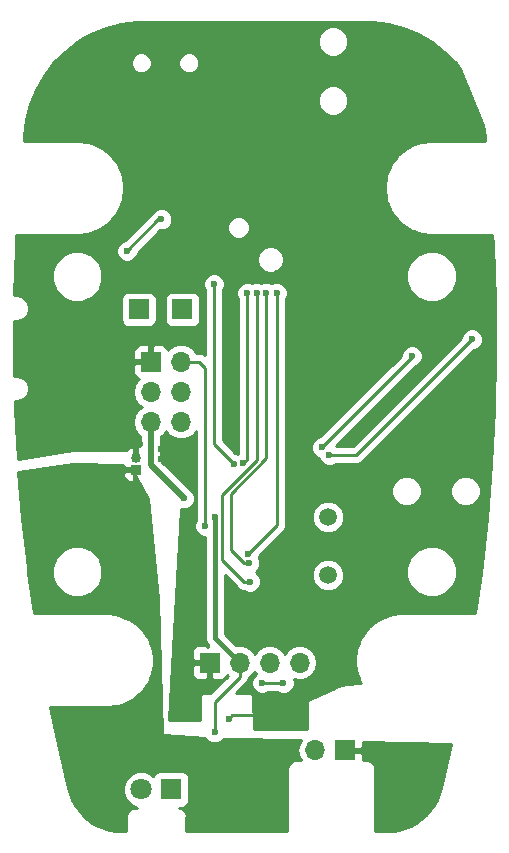
<source format=gbr>
G04 #@! TF.GenerationSoftware,KiCad,Pcbnew,(5.0.2)-1*
G04 #@! TF.CreationDate,2019-02-16T20:24:50+11:00*
G04 #@! TF.ProjectId,lightning trigger,6c696768-746e-4696-9e67-207472696767,rev?*
G04 #@! TF.SameCoordinates,Original*
G04 #@! TF.FileFunction,Copper,L2,Bot*
G04 #@! TF.FilePolarity,Positive*
%FSLAX46Y46*%
G04 Gerber Fmt 4.6, Leading zero omitted, Abs format (unit mm)*
G04 Created by KiCad (PCBNEW (5.0.2)-1) date 16/02/2019 8:24:50 PM*
%MOMM*%
%LPD*%
G01*
G04 APERTURE LIST*
G04 #@! TA.AperFunction,ComponentPad*
%ADD10R,1.700000X1.700000*%
G04 #@! TD*
G04 #@! TA.AperFunction,ComponentPad*
%ADD11O,1.700000X1.700000*%
G04 #@! TD*
G04 #@! TA.AperFunction,ComponentPad*
%ADD12C,1.800000*%
G04 #@! TD*
G04 #@! TA.AperFunction,ComponentPad*
%ADD13R,1.800000X1.800000*%
G04 #@! TD*
G04 #@! TA.AperFunction,ComponentPad*
%ADD14C,1.500000*%
G04 #@! TD*
G04 #@! TA.AperFunction,ComponentPad*
%ADD15R,0.850000X0.850000*%
G04 #@! TD*
G04 #@! TA.AperFunction,ComponentPad*
%ADD16O,0.850000X0.850000*%
G04 #@! TD*
G04 #@! TA.AperFunction,ViaPad*
%ADD17C,0.600000*%
G04 #@! TD*
G04 #@! TA.AperFunction,Conductor*
%ADD18C,0.250000*%
G04 #@! TD*
G04 #@! TA.AperFunction,Conductor*
%ADD19C,0.400000*%
G04 #@! TD*
G04 #@! TA.AperFunction,Conductor*
%ADD20C,0.500000*%
G04 #@! TD*
G04 #@! TA.AperFunction,Conductor*
%ADD21C,0.254000*%
G04 #@! TD*
G04 APERTURE END LIST*
D10*
G04 #@! TO.P,J7,1*
G04 #@! TO.N,+BATT*
X-9779000Y9906000D03*
G04 #@! TD*
G04 #@! TO.P,J8,1*
G04 #@! TO.N,-BAT*
X-6096000Y9906000D03*
G04 #@! TD*
D11*
G04 #@! TO.P,MK1,2*
G04 #@! TO.N,Net-(C1-Pad2)*
X5143500Y-27432000D03*
D10*
G04 #@! TO.P,MK1,1*
G04 #@! TO.N,GNDD*
X7683500Y-27432000D03*
G04 #@! TD*
D12*
G04 #@! TO.P,Q1,2*
G04 #@! TO.N,LIGHT_OUT*
X-9601200Y-30734000D03*
D13*
G04 #@! TO.P,Q1,1*
G04 #@! TO.N,VDDA*
X-7061200Y-30734000D03*
G04 #@! TD*
D10*
G04 #@! TO.P,J2,1*
G04 #@! TO.N,GNDD*
X-8763000Y5461000D03*
D11*
G04 #@! TO.P,J2,2*
G04 #@! TO.N,RST*
X-6223000Y5461000D03*
G04 #@! TO.P,J2,3*
G04 #@! TO.N,FOCUS2*
X-8763000Y2921000D03*
G04 #@! TO.P,J2,4*
G04 #@! TO.N,SCK*
X-6223000Y2921000D03*
G04 #@! TO.P,J2,5*
G04 #@! TO.N,VIN*
X-8763000Y381000D03*
G04 #@! TO.P,J2,6*
G04 #@! TO.N,MISO*
X-6223000Y381000D03*
G04 #@! TD*
D10*
G04 #@! TO.P,J3,1*
G04 #@! TO.N,GNDD*
X-3800000Y-20000000D03*
D11*
G04 #@! TO.P,J3,2*
G04 #@! TO.N,VIN*
X-1260000Y-20000000D03*
G04 #@! TO.P,J3,3*
G04 #@! TO.N,SCL*
X1280000Y-20000000D03*
G04 #@! TO.P,J3,4*
G04 #@! TO.N,SDA*
X3820000Y-20000000D03*
G04 #@! TD*
D14*
G04 #@! TO.P,Y1,1*
G04 #@! TO.N,Net-(C2-Pad1)*
X6223000Y-12573000D03*
G04 #@! TO.P,Y1,2*
G04 #@! TO.N,Net-(C3-Pad1)*
X6223000Y-7673000D03*
G04 #@! TD*
D15*
G04 #@! TO.P,J1,1*
G04 #@! TO.N,GNDD*
X-10033000Y-3667000D03*
D16*
G04 #@! TO.P,J1,2*
X-10033000Y-2667000D03*
G04 #@! TD*
D17*
G04 #@! TO.N,SHUTTER*
X6350000Y-2413000D03*
X18415000Y7366000D03*
G04 #@! TO.N,FOCUS*
X5715000Y-1778000D03*
X13335000Y5969000D03*
G04 #@! TO.N,RST*
X-4182275Y-8440000D03*
G04 #@! TO.N,SDA*
X635000Y-21717000D03*
X2460999Y-21717000D03*
G04 #@! TO.N,LEFT*
X-508000Y-10795000D03*
X1905000Y11293010D03*
G04 #@! TO.N,CENTER*
X-456625Y-11593361D03*
X998544Y11293010D03*
G04 #@! TO.N,DOWN*
X-375000Y-13140000D03*
X198531Y11293010D03*
G04 #@! TO.N,UP*
X-945181Y-3136903D03*
X-635000Y11293010D03*
G04 #@! TO.N,RIGHT*
X-3429000Y12065000D03*
X-1744434Y-3171503D03*
G04 #@! TO.N,Net-(R12-Pad2)*
X-10795000Y14859000D03*
X-7874000Y17526000D03*
G04 #@! TO.N,GNDD*
X-10922000Y-5969000D03*
X-12446000Y-9906000D03*
X-10287000Y-26162000D03*
X1397000Y-27686000D03*
X508000Y-30861000D03*
X-13843000Y6985000D03*
X-6604000Y-21971000D03*
X-4699000Y-24638000D03*
X2032000Y-25400000D03*
X3556000Y-22606000D03*
X-2159000Y-24765000D03*
X-5842000Y-9271000D03*
X2921000Y-4953000D03*
X3302000Y-10668000D03*
X3175000Y-12827000D03*
X-3937000Y24765000D03*
X-5207000Y13462000D03*
X-6223000Y23622000D03*
X-7620000Y32258000D03*
X9779000Y13208000D03*
X8636000Y-10414000D03*
X-6604000Y-2286000D03*
X-9652000Y-1524000D03*
X-7874000Y-1905000D03*
X-7874000Y-2794000D03*
X4445000Y-22606000D03*
G04 #@! TO.N,VIN*
X-3365500Y-25908000D03*
X-5969000Y-6096000D03*
X-3351013Y-7690000D03*
G04 #@! TD*
D18*
G04 #@! TO.N,SHUTTER*
X6350000Y-2413000D02*
X8636000Y-2413000D01*
X8636000Y-2413000D02*
X18415000Y7366000D01*
G04 #@! TO.N,FOCUS*
X5715000Y-1778000D02*
X13335000Y5842000D01*
X13335000Y5842000D02*
X13335000Y5969000D01*
G04 #@! TO.N,RST*
X-4182275Y-8440000D02*
X-4182275Y4944275D01*
X-4699000Y5461000D02*
X-6223000Y5461000D01*
X-4182275Y4944275D02*
X-4699000Y5461000D01*
G04 #@! TO.N,SDA*
X635000Y-21717000D02*
X2460999Y-21717000D01*
G04 #@! TO.N,LEFT*
X-508000Y-10795000D02*
X1905000Y-8382000D01*
X1905000Y-8382000D02*
X1905000Y10868746D01*
X1905000Y10868746D02*
X1905000Y11293010D01*
G04 #@! TO.N,CENTER*
X-2022002Y-5734033D02*
X998544Y-2713487D01*
X998544Y10868746D02*
X998544Y11293010D01*
X998544Y-2713487D02*
X998544Y10868746D01*
X-2022002Y-10452248D02*
X-2022002Y-5734033D01*
X-456625Y-11593361D02*
X-880889Y-11593361D01*
X-880889Y-11593361D02*
X-2022002Y-10452248D01*
G04 #@! TO.N,DOWN*
X-2726013Y-11313987D02*
X-2726013Y-5801633D01*
X-900000Y-13140000D02*
X-2726013Y-11313987D01*
X-2726013Y-5801633D02*
X198531Y-2877089D01*
X198531Y10868746D02*
X198531Y11293010D01*
X-375000Y-13140000D02*
X-900000Y-13140000D01*
X198531Y-2877089D02*
X198531Y10868746D01*
G04 #@! TO.N,UP*
X-635000Y10868746D02*
X-635000Y11293010D01*
X-635000Y-2826722D02*
X-635000Y10868746D01*
X-945181Y-3136903D02*
X-635000Y-2826722D01*
G04 #@! TO.N,RIGHT*
X-3429000Y12065000D02*
X-3429000Y-1486937D01*
X-3429000Y-1486937D02*
X-2044433Y-2871504D01*
X-2044433Y-2871504D02*
X-1744434Y-3171503D01*
G04 #@! TO.N,Net-(R12-Pad2)*
X-10795000Y14859000D02*
X-8128000Y17526000D01*
X-8128000Y17526000D02*
X-7874000Y17526000D01*
G04 #@! TO.N,GNDD*
X1732001Y-25100001D02*
X2032000Y-25400000D01*
X1097001Y-24465001D02*
X1732001Y-25100001D01*
X-1859001Y-24465001D02*
X1097001Y-24465001D01*
X-2159000Y-24765000D02*
X-1859001Y-24465001D01*
G04 #@! TO.N,VIN*
X-1260000Y-21202081D02*
X-3365500Y-23307581D01*
X-1260000Y-20000000D02*
X-1260000Y-21202081D01*
X-3365500Y-23307581D02*
X-3365500Y-25908000D01*
D19*
X-3351013Y-17908987D02*
X-3351013Y-7690000D01*
X-1260000Y-20000000D02*
X-3351013Y-17908987D01*
D20*
X-8763000Y-3302000D02*
X-8763000Y381000D01*
X-5969000Y-6096000D02*
X-8763000Y-3302000D01*
G04 #@! TD*
D21*
G04 #@! TO.N,GNDD*
G36*
X11296104Y34100449D02*
X12599305Y33753778D01*
X13845058Y33237455D01*
X15011400Y32560579D01*
X16077745Y31735097D01*
X17025280Y30775571D01*
X17419614Y30252725D01*
X19377585Y25553596D01*
X19489032Y24584494D01*
X19526046Y24183171D01*
X15024003Y24183163D01*
X14975779Y24186324D01*
X14951769Y24183163D01*
X14927560Y24183163D01*
X14880173Y24173737D01*
X14183157Y24081973D01*
X14158787Y24086820D01*
X14039005Y24062994D01*
X13991081Y24056685D01*
X13968149Y24048900D01*
X13944392Y24044175D01*
X13899726Y24025674D01*
X13784087Y23986419D01*
X13765406Y23970037D01*
X13205788Y23738234D01*
X13180991Y23736609D01*
X13071450Y23682590D01*
X13026800Y23664095D01*
X13006666Y23650642D01*
X12984938Y23639927D01*
X12946581Y23610494D01*
X12845044Y23542650D01*
X12831239Y23521990D01*
X12350687Y23153249D01*
X12327153Y23145260D01*
X12235320Y23064725D01*
X12196984Y23035308D01*
X12181018Y23017103D01*
X12162805Y23001130D01*
X12133376Y22962777D01*
X12052854Y22870960D01*
X12044867Y22847430D01*
X11676122Y22366873D01*
X11655462Y22353068D01*
X11587611Y22251522D01*
X11558185Y22213174D01*
X11547474Y22191454D01*
X11534016Y22171313D01*
X11515515Y22126649D01*
X11461503Y22017122D01*
X11459878Y21992327D01*
X11228076Y21432707D01*
X11211692Y21414024D01*
X11172434Y21298375D01*
X11153937Y21253718D01*
X11149212Y21229964D01*
X11141427Y21207030D01*
X11135118Y21159105D01*
X11111292Y21039324D01*
X11116140Y21014953D01*
X11037077Y20414410D01*
X11026086Y20392123D01*
X11018098Y20270255D01*
X11011789Y20222332D01*
X11013373Y20198164D01*
X11011789Y20173997D01*
X11018098Y20126074D01*
X11026086Y20004205D01*
X11037077Y19981918D01*
X11116140Y19381373D01*
X11111292Y19357002D01*
X11135118Y19237219D01*
X11141427Y19189297D01*
X11149212Y19166364D01*
X11153937Y19142608D01*
X11172436Y19097948D01*
X11211692Y18982303D01*
X11228076Y18963620D01*
X11459878Y18404003D01*
X11461503Y18379206D01*
X11515521Y18269668D01*
X11534017Y18225015D01*
X11547472Y18204879D01*
X11558185Y18183154D01*
X11587613Y18144803D01*
X11655462Y18043259D01*
X11676124Y18029453D01*
X12044867Y17548898D01*
X12052854Y17525369D01*
X12133375Y17433552D01*
X12162805Y17395198D01*
X12181015Y17379228D01*
X12196983Y17361020D01*
X12235327Y17331597D01*
X12327153Y17251068D01*
X12350685Y17243080D01*
X12831239Y16874337D01*
X12845044Y16853677D01*
X12946581Y16785832D01*
X12984938Y16756400D01*
X13006667Y16745685D01*
X13026800Y16732232D01*
X13071447Y16713739D01*
X13180990Y16659718D01*
X13205788Y16658093D01*
X13765406Y16426291D01*
X13784088Y16409907D01*
X13899728Y16370653D01*
X13944392Y16352152D01*
X13968150Y16347426D01*
X13991082Y16339642D01*
X14039003Y16333333D01*
X14158787Y16309507D01*
X14183158Y16314355D01*
X14880167Y16222592D01*
X14927563Y16213164D01*
X14951777Y16213164D01*
X14975780Y16210004D01*
X15023994Y16213164D01*
X20142865Y16213174D01*
X20206517Y15343540D01*
X20364272Y10718045D01*
X20388143Y6086225D01*
X20277985Y1455677D01*
X20033891Y-3169755D01*
X19656064Y-7786170D01*
X19144824Y-12389720D01*
X18663480Y-15816830D01*
X18292024Y-15816831D01*
X18274071Y-15813260D01*
X12460156Y-15813260D01*
X12409252Y-15810295D01*
X12387930Y-15813260D01*
X12366399Y-15813260D01*
X12316380Y-15823210D01*
X11663152Y-15914045D01*
X11658822Y-15913184D01*
X11634374Y-15918047D01*
X11617412Y-15920406D01*
X11593005Y-15915735D01*
X11473401Y-15940431D01*
X11425523Y-15947089D01*
X11402644Y-15955041D01*
X11378925Y-15959939D01*
X11334402Y-15978761D01*
X11219045Y-16018858D01*
X11200483Y-16035377D01*
X10464120Y-16346680D01*
X10283252Y-16469444D01*
X10222942Y-16561141D01*
X9850720Y-16846757D01*
X9827188Y-16854745D01*
X9735362Y-16935274D01*
X9697018Y-16964697D01*
X9681050Y-16982905D01*
X9662840Y-16998875D01*
X9633412Y-17037227D01*
X9552889Y-17129046D01*
X9544902Y-17152575D01*
X9176159Y-17633130D01*
X9155497Y-17646936D01*
X9087648Y-17748480D01*
X9058220Y-17786831D01*
X9047507Y-17808556D01*
X9034052Y-17828692D01*
X9015556Y-17873345D01*
X8961538Y-17982883D01*
X8959913Y-18007680D01*
X8728111Y-18567297D01*
X8711727Y-18585980D01*
X8672471Y-18701625D01*
X8653972Y-18746285D01*
X8649247Y-18770041D01*
X8641462Y-18792974D01*
X8635153Y-18840896D01*
X8611327Y-18960679D01*
X8616175Y-18985050D01*
X8537112Y-19585595D01*
X8526121Y-19607882D01*
X8518133Y-19729752D01*
X8511824Y-19777674D01*
X8513408Y-19801841D01*
X8511824Y-19826008D01*
X8518133Y-19873930D01*
X8526121Y-19995800D01*
X8537112Y-20018087D01*
X8616175Y-20618632D01*
X8611327Y-20643003D01*
X8635153Y-20762786D01*
X8641462Y-20810708D01*
X8649247Y-20833641D01*
X8653972Y-20857397D01*
X8672471Y-20902057D01*
X8711727Y-21017702D01*
X8728111Y-21036385D01*
X8959913Y-21596002D01*
X8961538Y-21620799D01*
X9015556Y-21730337D01*
X9029337Y-21763606D01*
X7739078Y-21844247D01*
X7712110Y-21848886D01*
X6823110Y-22102886D01*
X6806420Y-22108946D01*
X4520420Y-23124946D01*
X4479935Y-23153519D01*
X4453465Y-23195410D01*
X4445000Y-23241000D01*
X4445000Y-25654000D01*
X-5181Y-25654000D01*
X-127110Y-22727713D01*
X-138792Y-22679557D01*
X-168014Y-22639537D01*
X-210326Y-22613746D01*
X-254000Y-22606000D01*
X-1589117Y-22606000D01*
X-775527Y-21792410D01*
X-712071Y-21750010D01*
X-641088Y-21643777D01*
X-544096Y-21498619D01*
X-521693Y-21385990D01*
X-500286Y-21278369D01*
X-189375Y-21070625D01*
X10000Y-20772239D01*
X110275Y-20922311D01*
X105365Y-20924345D01*
X-157655Y-21187365D01*
X-300000Y-21531017D01*
X-300000Y-21902983D01*
X-157655Y-22246635D01*
X105365Y-22509655D01*
X449017Y-22652000D01*
X820983Y-22652000D01*
X1164635Y-22509655D01*
X1197290Y-22477000D01*
X1898709Y-22477000D01*
X1931364Y-22509655D01*
X2275016Y-22652000D01*
X2646982Y-22652000D01*
X2990634Y-22509655D01*
X3253654Y-22246635D01*
X3395999Y-21902983D01*
X3395999Y-21531017D01*
X3350288Y-21420661D01*
X3673744Y-21485000D01*
X3966256Y-21485000D01*
X4399418Y-21398839D01*
X4890625Y-21070625D01*
X5218839Y-20579418D01*
X5334092Y-20000000D01*
X5218839Y-19420582D01*
X4890625Y-18929375D01*
X4399418Y-18601161D01*
X3966256Y-18515000D01*
X3673744Y-18515000D01*
X3240582Y-18601161D01*
X2749375Y-18929375D01*
X2550000Y-19227761D01*
X2350625Y-18929375D01*
X1859418Y-18601161D01*
X1426256Y-18515000D01*
X1133744Y-18515000D01*
X700582Y-18601161D01*
X209375Y-18929375D01*
X10000Y-19227761D01*
X-189375Y-18929375D01*
X-680582Y-18601161D01*
X-1113744Y-18515000D01*
X-1406256Y-18515000D01*
X-1537939Y-18541193D01*
X-2516013Y-17563120D01*
X-2516013Y-12598789D01*
X-1490327Y-13624476D01*
X-1447929Y-13687929D01*
X-1384476Y-13730327D01*
X-1384474Y-13730329D01*
X-1259098Y-13814102D01*
X-1196537Y-13855904D01*
X-974852Y-13900000D01*
X-974848Y-13900000D01*
X-927964Y-13909326D01*
X-904635Y-13932655D01*
X-560983Y-14075000D01*
X-189017Y-14075000D01*
X154635Y-13932655D01*
X417655Y-13669635D01*
X560000Y-13325983D01*
X560000Y-12954017D01*
X417655Y-12610365D01*
X154635Y-12347345D01*
X124262Y-12334764D01*
X161520Y-12297506D01*
X4838000Y-12297506D01*
X4838000Y-12848494D01*
X5048853Y-13357540D01*
X5438460Y-13747147D01*
X5947506Y-13958000D01*
X6498494Y-13958000D01*
X7007540Y-13747147D01*
X7397147Y-13357540D01*
X7608000Y-12848494D01*
X7608000Y-12297506D01*
X7433127Y-11875322D01*
X12865000Y-11875322D01*
X12865000Y-12724678D01*
X13190034Y-13509380D01*
X13790620Y-14109966D01*
X14575322Y-14435000D01*
X15424678Y-14435000D01*
X16209380Y-14109966D01*
X16809966Y-13509380D01*
X17135000Y-12724678D01*
X17135000Y-11875322D01*
X16809966Y-11090620D01*
X16209380Y-10490034D01*
X15424678Y-10165000D01*
X14575322Y-10165000D01*
X13790620Y-10490034D01*
X13190034Y-11090620D01*
X12865000Y-11875322D01*
X7433127Y-11875322D01*
X7397147Y-11788460D01*
X7007540Y-11398853D01*
X6498494Y-11188000D01*
X5947506Y-11188000D01*
X5438460Y-11398853D01*
X5048853Y-11788460D01*
X4838000Y-12297506D01*
X161520Y-12297506D01*
X336030Y-12122996D01*
X478375Y-11779344D01*
X478375Y-11407378D01*
X364378Y-11132165D01*
X427000Y-10980983D01*
X427000Y-10934801D01*
X2389476Y-8972327D01*
X2452929Y-8929929D01*
X2495327Y-8866476D01*
X2495329Y-8866474D01*
X2620903Y-8678538D01*
X2620904Y-8678537D01*
X2665000Y-8456852D01*
X2665000Y-8456848D01*
X2679888Y-8382001D01*
X2665000Y-8307154D01*
X2665000Y-7397506D01*
X4838000Y-7397506D01*
X4838000Y-7948494D01*
X5048853Y-8457540D01*
X5438460Y-8847147D01*
X5947506Y-9058000D01*
X6498494Y-9058000D01*
X7007540Y-8847147D01*
X7397147Y-8457540D01*
X7608000Y-7948494D01*
X7608000Y-7397506D01*
X7397147Y-6888460D01*
X7007540Y-6498853D01*
X6498494Y-6288000D01*
X5947506Y-6288000D01*
X5438460Y-6498853D01*
X5048853Y-6888460D01*
X4838000Y-7397506D01*
X2665000Y-7397506D01*
X2665000Y-5205398D01*
X11582000Y-5205398D01*
X11582000Y-5716602D01*
X11777629Y-6188894D01*
X12139106Y-6550371D01*
X12611398Y-6746000D01*
X13122602Y-6746000D01*
X13594894Y-6550371D01*
X13956371Y-6188894D01*
X14152000Y-5716602D01*
X14152000Y-5205398D01*
X16582000Y-5205398D01*
X16582000Y-5716602D01*
X16777629Y-6188894D01*
X17139106Y-6550371D01*
X17611398Y-6746000D01*
X18122602Y-6746000D01*
X18594894Y-6550371D01*
X18956371Y-6188894D01*
X19152000Y-5716602D01*
X19152000Y-5205398D01*
X18956371Y-4733106D01*
X18594894Y-4371629D01*
X18122602Y-4176000D01*
X17611398Y-4176000D01*
X17139106Y-4371629D01*
X16777629Y-4733106D01*
X16582000Y-5205398D01*
X14152000Y-5205398D01*
X13956371Y-4733106D01*
X13594894Y-4371629D01*
X13122602Y-4176000D01*
X12611398Y-4176000D01*
X12139106Y-4371629D01*
X11777629Y-4733106D01*
X11582000Y-5205398D01*
X2665000Y-5205398D01*
X2665000Y-1592017D01*
X4780000Y-1592017D01*
X4780000Y-1963983D01*
X4922345Y-2307635D01*
X5185365Y-2570655D01*
X5448395Y-2679605D01*
X5557345Y-2942635D01*
X5820365Y-3205655D01*
X6164017Y-3348000D01*
X6535983Y-3348000D01*
X6879635Y-3205655D01*
X6912290Y-3173000D01*
X8561153Y-3173000D01*
X8636000Y-3187888D01*
X8710847Y-3173000D01*
X8710852Y-3173000D01*
X8932537Y-3128904D01*
X9183929Y-2960929D01*
X9226331Y-2897470D01*
X18554803Y6431000D01*
X18600983Y6431000D01*
X18944635Y6573345D01*
X19207655Y6836365D01*
X19350000Y7180017D01*
X19350000Y7551983D01*
X19207655Y7895635D01*
X18944635Y8158655D01*
X18600983Y8301000D01*
X18229017Y8301000D01*
X17885365Y8158655D01*
X17622345Y7895635D01*
X17480000Y7551983D01*
X17480000Y7505803D01*
X8321199Y-1653000D01*
X6914801Y-1653000D01*
X13658951Y5091148D01*
X13864635Y5176345D01*
X14127655Y5439365D01*
X14270000Y5783017D01*
X14270000Y6154983D01*
X14127655Y6498635D01*
X13864635Y6761655D01*
X13520983Y6904000D01*
X13149017Y6904000D01*
X12805365Y6761655D01*
X12542345Y6498635D01*
X12400000Y6154983D01*
X12400000Y5981803D01*
X5575199Y-843000D01*
X5529017Y-843000D01*
X5185365Y-985345D01*
X4922345Y-1248365D01*
X4780000Y-1592017D01*
X2665000Y-1592017D01*
X2665000Y10730720D01*
X2697655Y10763375D01*
X2840000Y11107027D01*
X2840000Y11478993D01*
X2697655Y11822645D01*
X2434635Y12085665D01*
X2090983Y12228010D01*
X1719017Y12228010D01*
X1451772Y12117314D01*
X1184527Y12228010D01*
X812561Y12228010D01*
X598538Y12139359D01*
X384514Y12228010D01*
X12548Y12228010D01*
X-218235Y12132417D01*
X-449017Y12228010D01*
X-820983Y12228010D01*
X-1164635Y12085665D01*
X-1427655Y11822645D01*
X-1570000Y11478993D01*
X-1570000Y11107027D01*
X-1427655Y10763375D01*
X-1394999Y10730719D01*
X-1395000Y-2304206D01*
X-1558451Y-2236503D01*
X-1604631Y-2236503D01*
X-2669000Y-1172136D01*
X-2669000Y11502710D01*
X-2636345Y11535365D01*
X-2494000Y11879017D01*
X-2494000Y12250983D01*
X-2636345Y12594635D01*
X-2899365Y12857655D01*
X-3243017Y13000000D01*
X-3614983Y13000000D01*
X-3958635Y12857655D01*
X-4221655Y12594635D01*
X-4364000Y12250983D01*
X-4364000Y11879017D01*
X-4221655Y11535365D01*
X-4189000Y11502710D01*
X-4189000Y6034272D01*
X-4402463Y6176904D01*
X-4624148Y6221000D01*
X-4624153Y6221000D01*
X-4699000Y6235888D01*
X-4773847Y6221000D01*
X-4944822Y6221000D01*
X-5152375Y6531625D01*
X-5643582Y6859839D01*
X-6076744Y6946000D01*
X-6369256Y6946000D01*
X-6802418Y6859839D01*
X-7293625Y6531625D01*
X-7308096Y6509968D01*
X-7374673Y6670699D01*
X-7553302Y6849327D01*
X-7786691Y6946000D01*
X-8477250Y6946000D01*
X-8636000Y6787250D01*
X-8636000Y5588000D01*
X-8616000Y5588000D01*
X-8616000Y5334000D01*
X-8636000Y5334000D01*
X-8636000Y5314000D01*
X-8890000Y5314000D01*
X-8890000Y5334000D01*
X-10089250Y5334000D01*
X-10248000Y5175250D01*
X-10248000Y4484690D01*
X-10151327Y4251301D01*
X-9972698Y4072673D01*
X-9811967Y4006096D01*
X-9833625Y3991625D01*
X-10161839Y3500418D01*
X-10277092Y2921000D01*
X-10161839Y2341582D01*
X-9833625Y1850375D01*
X-9535239Y1651000D01*
X-9833625Y1451625D01*
X-10161839Y960418D01*
X-10277092Y381000D01*
X-10161839Y-198418D01*
X-9833625Y-689625D01*
X-9647999Y-813656D01*
X-9648000Y-1696092D01*
X-9742935Y-1647446D01*
X-9906000Y-1773372D01*
X-9906000Y-2540000D01*
X-9886000Y-2540000D01*
X-9886000Y-2637105D01*
X-9905998Y-2611108D01*
X-9905998Y-2607000D01*
X-9909158Y-2607000D01*
X-10160000Y-2280905D01*
X-10160000Y-1773372D01*
X-10323065Y-1647446D01*
X-10691152Y-1836058D01*
X-10857728Y-2032000D01*
X-15367000Y-2032000D01*
X-15387406Y-2033650D01*
X-20053729Y-2793284D01*
X-20277969Y1455625D01*
X-20293753Y2119000D01*
X-19977180Y2119000D01*
X-19578397Y2284182D01*
X-19273182Y2589397D01*
X-19108000Y2988180D01*
X-19108000Y3419820D01*
X-19273182Y3818603D01*
X-19578397Y4123818D01*
X-19977180Y4289000D01*
X-20345383Y4289000D01*
X-20388142Y6086172D01*
X-20386334Y6437310D01*
X-10248000Y6437310D01*
X-10248000Y5746750D01*
X-10089250Y5588000D01*
X-8890000Y5588000D01*
X-8890000Y6787250D01*
X-9048750Y6946000D01*
X-9739309Y6946000D01*
X-9972698Y6849327D01*
X-10151327Y6670699D01*
X-10248000Y6437310D01*
X-20386334Y6437310D01*
X-20373553Y8919000D01*
X-19977180Y8919000D01*
X-19578397Y9084182D01*
X-19273182Y9389397D01*
X-19108000Y9788180D01*
X-19108000Y10219820D01*
X-19273182Y10618603D01*
X-19578397Y10923818D01*
X-19977180Y11089000D01*
X-20351635Y11089000D01*
X-20282215Y13124678D01*
X-17135000Y13124678D01*
X-17135000Y12275322D01*
X-16809966Y11490620D01*
X-16209380Y10890034D01*
X-15424678Y10565000D01*
X-14575322Y10565000D01*
X-14114207Y10756000D01*
X-11276440Y10756000D01*
X-11276440Y9056000D01*
X-11227157Y8808235D01*
X-11086809Y8598191D01*
X-10876765Y8457843D01*
X-10629000Y8408560D01*
X-8929000Y8408560D01*
X-8681235Y8457843D01*
X-8471191Y8598191D01*
X-8330843Y8808235D01*
X-8281560Y9056000D01*
X-8281560Y10756000D01*
X-7593440Y10756000D01*
X-7593440Y9056000D01*
X-7544157Y8808235D01*
X-7403809Y8598191D01*
X-7193765Y8457843D01*
X-6946000Y8408560D01*
X-5246000Y8408560D01*
X-4998235Y8457843D01*
X-4788191Y8598191D01*
X-4647843Y8808235D01*
X-4598560Y9056000D01*
X-4598560Y10756000D01*
X-4647843Y11003765D01*
X-4788191Y11213809D01*
X-4998235Y11354157D01*
X-5246000Y11403440D01*
X-6946000Y11403440D01*
X-7193765Y11354157D01*
X-7403809Y11213809D01*
X-7544157Y11003765D01*
X-7593440Y10756000D01*
X-8281560Y10756000D01*
X-8330843Y11003765D01*
X-8471191Y11213809D01*
X-8681235Y11354157D01*
X-8929000Y11403440D01*
X-10629000Y11403440D01*
X-10876765Y11354157D01*
X-11086809Y11213809D01*
X-11227157Y11003765D01*
X-11276440Y10756000D01*
X-14114207Y10756000D01*
X-13790620Y10890034D01*
X-13190034Y11490620D01*
X-12865000Y12275322D01*
X-12865000Y13124678D01*
X-13190034Y13909380D01*
X-13790620Y14509966D01*
X-14575322Y14835000D01*
X-15424678Y14835000D01*
X-16209380Y14509966D01*
X-16809966Y13909380D01*
X-17135000Y13124678D01*
X-20282215Y13124678D01*
X-20216729Y15044983D01*
X-11730000Y15044983D01*
X-11730000Y14673017D01*
X-11587655Y14329365D01*
X-11324635Y14066345D01*
X-10980983Y13924000D01*
X-10609017Y13924000D01*
X-10265365Y14066345D01*
X-10002345Y14329365D01*
X-9982920Y14376263D01*
X208503Y14376263D01*
X208503Y13924731D01*
X381296Y13507571D01*
X700577Y13188290D01*
X1117737Y13015497D01*
X1569269Y13015497D01*
X1832855Y13124678D01*
X12865000Y13124678D01*
X12865000Y12275322D01*
X13190034Y11490620D01*
X13790620Y10890034D01*
X14575322Y10565000D01*
X15424678Y10565000D01*
X16209380Y10890034D01*
X16809966Y11490620D01*
X17135000Y12275322D01*
X17135000Y13124678D01*
X16809966Y13909380D01*
X16209380Y14509966D01*
X15424678Y14835000D01*
X14575322Y14835000D01*
X13790620Y14509966D01*
X13190034Y13909380D01*
X12865000Y13124678D01*
X1832855Y13124678D01*
X1986429Y13188290D01*
X2305710Y13507571D01*
X2478503Y13924731D01*
X2478503Y14376263D01*
X2305710Y14793423D01*
X1986429Y15112704D01*
X1569269Y15285497D01*
X1117737Y15285497D01*
X700577Y15112704D01*
X381296Y14793423D01*
X208503Y14376263D01*
X-9982920Y14376263D01*
X-9860000Y14673017D01*
X-9860000Y14719199D01*
X-7988198Y16591000D01*
X-7688017Y16591000D01*
X-7344365Y16733345D01*
X-7081345Y16996365D01*
X-7065992Y17033432D01*
X-2328503Y17033432D01*
X-2328503Y16641574D01*
X-2178545Y16279545D01*
X-1901461Y16002461D01*
X-1539432Y15852503D01*
X-1147574Y15852503D01*
X-785545Y16002461D01*
X-508461Y16279545D01*
X-358503Y16641574D01*
X-358503Y17033432D01*
X-508461Y17395461D01*
X-785545Y17672545D01*
X-1147574Y17822503D01*
X-1539432Y17822503D01*
X-1901461Y17672545D01*
X-2178545Y17395461D01*
X-2328503Y17033432D01*
X-7065992Y17033432D01*
X-6939000Y17340017D01*
X-6939000Y17711983D01*
X-7081345Y18055635D01*
X-7344365Y18318655D01*
X-7688017Y18461000D01*
X-8059983Y18461000D01*
X-8403635Y18318655D01*
X-8592848Y18129442D01*
X-8675929Y18073929D01*
X-8718329Y18010473D01*
X-10934801Y15794000D01*
X-10980983Y15794000D01*
X-11324635Y15651655D01*
X-11587655Y15388635D01*
X-11730000Y15044983D01*
X-20216729Y15044983D01*
X-20206424Y15347142D01*
X-20151773Y16213101D01*
X-15024107Y16213111D01*
X-14975883Y16209950D01*
X-14951873Y16213111D01*
X-14927662Y16213111D01*
X-14880272Y16222538D01*
X-14183260Y16314302D01*
X-14158890Y16309454D01*
X-14039110Y16333279D01*
X-13991184Y16339589D01*
X-13968250Y16347374D01*
X-13944496Y16352099D01*
X-13899835Y16370598D01*
X-13784189Y16409855D01*
X-13765508Y16426238D01*
X-13474589Y16546740D01*
X-13474588Y16546741D01*
X-13205889Y16658040D01*
X-13181094Y16659665D01*
X-13071563Y16713679D01*
X-13026901Y16732179D01*
X-13006762Y16745635D01*
X-12985041Y16756347D01*
X-12946694Y16785772D01*
X-12845146Y16853624D01*
X-12831340Y16874286D01*
X-12350787Y17243027D01*
X-12327256Y17251015D01*
X-12235430Y17331544D01*
X-12197086Y17360966D01*
X-12181119Y17379173D01*
X-12162907Y17395144D01*
X-12133480Y17433494D01*
X-12052956Y17525313D01*
X-12044968Y17548845D01*
X-11676224Y18029401D01*
X-11655563Y18043206D01*
X-11587714Y18144749D01*
X-11558287Y18183099D01*
X-11547574Y18204822D01*
X-11534118Y18224961D01*
X-11515620Y18269619D01*
X-11461605Y18379151D01*
X-11459980Y18403947D01*
X-11228178Y18963568D01*
X-11211794Y18982250D01*
X-11172538Y19097894D01*
X-11154039Y19142555D01*
X-11149314Y19166311D01*
X-11141529Y19189244D01*
X-11135220Y19237168D01*
X-11111394Y19356950D01*
X-11116242Y19381321D01*
X-11037178Y19981866D01*
X-11026188Y20004152D01*
X-11018201Y20126015D01*
X-11011891Y20173941D01*
X-11013475Y20198110D01*
X-11011891Y20222279D01*
X-11018201Y20270205D01*
X-11026188Y20392068D01*
X-11037178Y20414354D01*
X-11116242Y21014901D01*
X-11111394Y21039272D01*
X-11135220Y21159056D01*
X-11141529Y21206977D01*
X-11149313Y21229909D01*
X-11154039Y21253667D01*
X-11172540Y21298331D01*
X-11211794Y21413971D01*
X-11228178Y21432653D01*
X-11459980Y21992271D01*
X-11461605Y22017069D01*
X-11515626Y22126612D01*
X-11534119Y22171259D01*
X-11547572Y22191392D01*
X-11558287Y22213121D01*
X-11587719Y22251478D01*
X-11655564Y22353015D01*
X-11676224Y22366820D01*
X-12044967Y22847374D01*
X-12052955Y22870906D01*
X-12133484Y22962732D01*
X-12162907Y23001076D01*
X-12181115Y23017044D01*
X-12197085Y23035254D01*
X-12235437Y23064682D01*
X-12327256Y23145205D01*
X-12350785Y23153192D01*
X-12831340Y23521935D01*
X-12845146Y23542597D01*
X-12946690Y23610446D01*
X-12985041Y23639874D01*
X-13006766Y23650587D01*
X-13026902Y23664042D01*
X-13071555Y23682538D01*
X-13181093Y23736556D01*
X-13205890Y23738181D01*
X-13608247Y23904843D01*
X-13608248Y23904843D01*
X-13765507Y23969982D01*
X-13784190Y23986367D01*
X-13899836Y24025623D01*
X-13944495Y24044122D01*
X-13968251Y24048847D01*
X-13991184Y24056632D01*
X-14039106Y24062941D01*
X-14158889Y24086767D01*
X-14183260Y24081919D01*
X-14880265Y24173682D01*
X-14927665Y24183110D01*
X-14951881Y24183110D01*
X-14975884Y24186270D01*
X-15024098Y24183110D01*
X-19526109Y24183102D01*
X-19489094Y24584453D01*
X-19330393Y25964505D01*
X-19000142Y27271957D01*
X-18767197Y27854602D01*
X5363000Y27854602D01*
X5363000Y27343398D01*
X5558629Y26871106D01*
X5920106Y26509629D01*
X6392398Y26314000D01*
X6903602Y26314000D01*
X7375894Y26509629D01*
X7737371Y26871106D01*
X7933000Y27343398D01*
X7933000Y27854602D01*
X7737371Y28326894D01*
X7375894Y28688371D01*
X6903602Y28884000D01*
X6392398Y28884000D01*
X5920106Y28688371D01*
X5558629Y28326894D01*
X5363000Y27854602D01*
X-18767197Y27854602D01*
X-18499520Y28524119D01*
X-17837368Y29698876D01*
X-17025361Y30775518D01*
X-16851049Y30952037D01*
X-10453000Y30952037D01*
X-10453000Y30599963D01*
X-10318267Y30274688D01*
X-10069312Y30025733D01*
X-9744037Y29891000D01*
X-9391963Y29891000D01*
X-9066688Y30025733D01*
X-8817733Y30274688D01*
X-8683000Y30599963D01*
X-8683000Y30952037D01*
X-6453000Y30952037D01*
X-6453000Y30599963D01*
X-6318267Y30274688D01*
X-6069312Y30025733D01*
X-5744037Y29891000D01*
X-5391963Y29891000D01*
X-5066688Y30025733D01*
X-4817733Y30274688D01*
X-4683000Y30599963D01*
X-4683000Y30952037D01*
X-4817733Y31277312D01*
X-5066688Y31526267D01*
X-5391963Y31661000D01*
X-5744037Y31661000D01*
X-6069312Y31526267D01*
X-6318267Y31277312D01*
X-6453000Y30952037D01*
X-8683000Y30952037D01*
X-8817733Y31277312D01*
X-9066688Y31526267D01*
X-9391963Y31661000D01*
X-9744037Y31661000D01*
X-10069312Y31526267D01*
X-10318267Y31277312D01*
X-10453000Y30952037D01*
X-16851049Y30952037D01*
X-16077828Y31735046D01*
X-15011489Y32560528D01*
X-14504767Y32854602D01*
X5363000Y32854602D01*
X5363000Y32343398D01*
X5558629Y31871106D01*
X5920106Y31509629D01*
X6392398Y31314000D01*
X6903602Y31314000D01*
X7375894Y31509629D01*
X7737371Y31871106D01*
X7933000Y32343398D01*
X7933000Y32854602D01*
X7737371Y33326894D01*
X7375894Y33688371D01*
X6903602Y33884000D01*
X6392398Y33884000D01*
X5920106Y33688371D01*
X5558629Y33326894D01*
X5363000Y32854602D01*
X-14504767Y32854602D01*
X-13845150Y33237407D01*
X-12599403Y33753735D01*
X-11296198Y34100409D01*
X-9958559Y34271309D01*
X-8631354Y34263546D01*
X-8629222Y34263122D01*
X-8558872Y34263122D01*
X-8488749Y34262712D01*
X-8486622Y34263122D01*
X-72441Y34263138D01*
X-72437Y34263137D01*
X8486515Y34263153D01*
X8488650Y34262741D01*
X8559010Y34263153D01*
X8629123Y34263153D01*
X8631248Y34263576D01*
X9958453Y34271345D01*
X11296104Y34100449D01*
X11296104Y34100449D01*
G37*
X11296104Y34100449D02*
X12599305Y33753778D01*
X13845058Y33237455D01*
X15011400Y32560579D01*
X16077745Y31735097D01*
X17025280Y30775571D01*
X17419614Y30252725D01*
X19377585Y25553596D01*
X19489032Y24584494D01*
X19526046Y24183171D01*
X15024003Y24183163D01*
X14975779Y24186324D01*
X14951769Y24183163D01*
X14927560Y24183163D01*
X14880173Y24173737D01*
X14183157Y24081973D01*
X14158787Y24086820D01*
X14039005Y24062994D01*
X13991081Y24056685D01*
X13968149Y24048900D01*
X13944392Y24044175D01*
X13899726Y24025674D01*
X13784087Y23986419D01*
X13765406Y23970037D01*
X13205788Y23738234D01*
X13180991Y23736609D01*
X13071450Y23682590D01*
X13026800Y23664095D01*
X13006666Y23650642D01*
X12984938Y23639927D01*
X12946581Y23610494D01*
X12845044Y23542650D01*
X12831239Y23521990D01*
X12350687Y23153249D01*
X12327153Y23145260D01*
X12235320Y23064725D01*
X12196984Y23035308D01*
X12181018Y23017103D01*
X12162805Y23001130D01*
X12133376Y22962777D01*
X12052854Y22870960D01*
X12044867Y22847430D01*
X11676122Y22366873D01*
X11655462Y22353068D01*
X11587611Y22251522D01*
X11558185Y22213174D01*
X11547474Y22191454D01*
X11534016Y22171313D01*
X11515515Y22126649D01*
X11461503Y22017122D01*
X11459878Y21992327D01*
X11228076Y21432707D01*
X11211692Y21414024D01*
X11172434Y21298375D01*
X11153937Y21253718D01*
X11149212Y21229964D01*
X11141427Y21207030D01*
X11135118Y21159105D01*
X11111292Y21039324D01*
X11116140Y21014953D01*
X11037077Y20414410D01*
X11026086Y20392123D01*
X11018098Y20270255D01*
X11011789Y20222332D01*
X11013373Y20198164D01*
X11011789Y20173997D01*
X11018098Y20126074D01*
X11026086Y20004205D01*
X11037077Y19981918D01*
X11116140Y19381373D01*
X11111292Y19357002D01*
X11135118Y19237219D01*
X11141427Y19189297D01*
X11149212Y19166364D01*
X11153937Y19142608D01*
X11172436Y19097948D01*
X11211692Y18982303D01*
X11228076Y18963620D01*
X11459878Y18404003D01*
X11461503Y18379206D01*
X11515521Y18269668D01*
X11534017Y18225015D01*
X11547472Y18204879D01*
X11558185Y18183154D01*
X11587613Y18144803D01*
X11655462Y18043259D01*
X11676124Y18029453D01*
X12044867Y17548898D01*
X12052854Y17525369D01*
X12133375Y17433552D01*
X12162805Y17395198D01*
X12181015Y17379228D01*
X12196983Y17361020D01*
X12235327Y17331597D01*
X12327153Y17251068D01*
X12350685Y17243080D01*
X12831239Y16874337D01*
X12845044Y16853677D01*
X12946581Y16785832D01*
X12984938Y16756400D01*
X13006667Y16745685D01*
X13026800Y16732232D01*
X13071447Y16713739D01*
X13180990Y16659718D01*
X13205788Y16658093D01*
X13765406Y16426291D01*
X13784088Y16409907D01*
X13899728Y16370653D01*
X13944392Y16352152D01*
X13968150Y16347426D01*
X13991082Y16339642D01*
X14039003Y16333333D01*
X14158787Y16309507D01*
X14183158Y16314355D01*
X14880167Y16222592D01*
X14927563Y16213164D01*
X14951777Y16213164D01*
X14975780Y16210004D01*
X15023994Y16213164D01*
X20142865Y16213174D01*
X20206517Y15343540D01*
X20364272Y10718045D01*
X20388143Y6086225D01*
X20277985Y1455677D01*
X20033891Y-3169755D01*
X19656064Y-7786170D01*
X19144824Y-12389720D01*
X18663480Y-15816830D01*
X18292024Y-15816831D01*
X18274071Y-15813260D01*
X12460156Y-15813260D01*
X12409252Y-15810295D01*
X12387930Y-15813260D01*
X12366399Y-15813260D01*
X12316380Y-15823210D01*
X11663152Y-15914045D01*
X11658822Y-15913184D01*
X11634374Y-15918047D01*
X11617412Y-15920406D01*
X11593005Y-15915735D01*
X11473401Y-15940431D01*
X11425523Y-15947089D01*
X11402644Y-15955041D01*
X11378925Y-15959939D01*
X11334402Y-15978761D01*
X11219045Y-16018858D01*
X11200483Y-16035377D01*
X10464120Y-16346680D01*
X10283252Y-16469444D01*
X10222942Y-16561141D01*
X9850720Y-16846757D01*
X9827188Y-16854745D01*
X9735362Y-16935274D01*
X9697018Y-16964697D01*
X9681050Y-16982905D01*
X9662840Y-16998875D01*
X9633412Y-17037227D01*
X9552889Y-17129046D01*
X9544902Y-17152575D01*
X9176159Y-17633130D01*
X9155497Y-17646936D01*
X9087648Y-17748480D01*
X9058220Y-17786831D01*
X9047507Y-17808556D01*
X9034052Y-17828692D01*
X9015556Y-17873345D01*
X8961538Y-17982883D01*
X8959913Y-18007680D01*
X8728111Y-18567297D01*
X8711727Y-18585980D01*
X8672471Y-18701625D01*
X8653972Y-18746285D01*
X8649247Y-18770041D01*
X8641462Y-18792974D01*
X8635153Y-18840896D01*
X8611327Y-18960679D01*
X8616175Y-18985050D01*
X8537112Y-19585595D01*
X8526121Y-19607882D01*
X8518133Y-19729752D01*
X8511824Y-19777674D01*
X8513408Y-19801841D01*
X8511824Y-19826008D01*
X8518133Y-19873930D01*
X8526121Y-19995800D01*
X8537112Y-20018087D01*
X8616175Y-20618632D01*
X8611327Y-20643003D01*
X8635153Y-20762786D01*
X8641462Y-20810708D01*
X8649247Y-20833641D01*
X8653972Y-20857397D01*
X8672471Y-20902057D01*
X8711727Y-21017702D01*
X8728111Y-21036385D01*
X8959913Y-21596002D01*
X8961538Y-21620799D01*
X9015556Y-21730337D01*
X9029337Y-21763606D01*
X7739078Y-21844247D01*
X7712110Y-21848886D01*
X6823110Y-22102886D01*
X6806420Y-22108946D01*
X4520420Y-23124946D01*
X4479935Y-23153519D01*
X4453465Y-23195410D01*
X4445000Y-23241000D01*
X4445000Y-25654000D01*
X-5181Y-25654000D01*
X-127110Y-22727713D01*
X-138792Y-22679557D01*
X-168014Y-22639537D01*
X-210326Y-22613746D01*
X-254000Y-22606000D01*
X-1589117Y-22606000D01*
X-775527Y-21792410D01*
X-712071Y-21750010D01*
X-641088Y-21643777D01*
X-544096Y-21498619D01*
X-521693Y-21385990D01*
X-500286Y-21278369D01*
X-189375Y-21070625D01*
X10000Y-20772239D01*
X110275Y-20922311D01*
X105365Y-20924345D01*
X-157655Y-21187365D01*
X-300000Y-21531017D01*
X-300000Y-21902983D01*
X-157655Y-22246635D01*
X105365Y-22509655D01*
X449017Y-22652000D01*
X820983Y-22652000D01*
X1164635Y-22509655D01*
X1197290Y-22477000D01*
X1898709Y-22477000D01*
X1931364Y-22509655D01*
X2275016Y-22652000D01*
X2646982Y-22652000D01*
X2990634Y-22509655D01*
X3253654Y-22246635D01*
X3395999Y-21902983D01*
X3395999Y-21531017D01*
X3350288Y-21420661D01*
X3673744Y-21485000D01*
X3966256Y-21485000D01*
X4399418Y-21398839D01*
X4890625Y-21070625D01*
X5218839Y-20579418D01*
X5334092Y-20000000D01*
X5218839Y-19420582D01*
X4890625Y-18929375D01*
X4399418Y-18601161D01*
X3966256Y-18515000D01*
X3673744Y-18515000D01*
X3240582Y-18601161D01*
X2749375Y-18929375D01*
X2550000Y-19227761D01*
X2350625Y-18929375D01*
X1859418Y-18601161D01*
X1426256Y-18515000D01*
X1133744Y-18515000D01*
X700582Y-18601161D01*
X209375Y-18929375D01*
X10000Y-19227761D01*
X-189375Y-18929375D01*
X-680582Y-18601161D01*
X-1113744Y-18515000D01*
X-1406256Y-18515000D01*
X-1537939Y-18541193D01*
X-2516013Y-17563120D01*
X-2516013Y-12598789D01*
X-1490327Y-13624476D01*
X-1447929Y-13687929D01*
X-1384476Y-13730327D01*
X-1384474Y-13730329D01*
X-1259098Y-13814102D01*
X-1196537Y-13855904D01*
X-974852Y-13900000D01*
X-974848Y-13900000D01*
X-927964Y-13909326D01*
X-904635Y-13932655D01*
X-560983Y-14075000D01*
X-189017Y-14075000D01*
X154635Y-13932655D01*
X417655Y-13669635D01*
X560000Y-13325983D01*
X560000Y-12954017D01*
X417655Y-12610365D01*
X154635Y-12347345D01*
X124262Y-12334764D01*
X161520Y-12297506D01*
X4838000Y-12297506D01*
X4838000Y-12848494D01*
X5048853Y-13357540D01*
X5438460Y-13747147D01*
X5947506Y-13958000D01*
X6498494Y-13958000D01*
X7007540Y-13747147D01*
X7397147Y-13357540D01*
X7608000Y-12848494D01*
X7608000Y-12297506D01*
X7433127Y-11875322D01*
X12865000Y-11875322D01*
X12865000Y-12724678D01*
X13190034Y-13509380D01*
X13790620Y-14109966D01*
X14575322Y-14435000D01*
X15424678Y-14435000D01*
X16209380Y-14109966D01*
X16809966Y-13509380D01*
X17135000Y-12724678D01*
X17135000Y-11875322D01*
X16809966Y-11090620D01*
X16209380Y-10490034D01*
X15424678Y-10165000D01*
X14575322Y-10165000D01*
X13790620Y-10490034D01*
X13190034Y-11090620D01*
X12865000Y-11875322D01*
X7433127Y-11875322D01*
X7397147Y-11788460D01*
X7007540Y-11398853D01*
X6498494Y-11188000D01*
X5947506Y-11188000D01*
X5438460Y-11398853D01*
X5048853Y-11788460D01*
X4838000Y-12297506D01*
X161520Y-12297506D01*
X336030Y-12122996D01*
X478375Y-11779344D01*
X478375Y-11407378D01*
X364378Y-11132165D01*
X427000Y-10980983D01*
X427000Y-10934801D01*
X2389476Y-8972327D01*
X2452929Y-8929929D01*
X2495327Y-8866476D01*
X2495329Y-8866474D01*
X2620903Y-8678538D01*
X2620904Y-8678537D01*
X2665000Y-8456852D01*
X2665000Y-8456848D01*
X2679888Y-8382001D01*
X2665000Y-8307154D01*
X2665000Y-7397506D01*
X4838000Y-7397506D01*
X4838000Y-7948494D01*
X5048853Y-8457540D01*
X5438460Y-8847147D01*
X5947506Y-9058000D01*
X6498494Y-9058000D01*
X7007540Y-8847147D01*
X7397147Y-8457540D01*
X7608000Y-7948494D01*
X7608000Y-7397506D01*
X7397147Y-6888460D01*
X7007540Y-6498853D01*
X6498494Y-6288000D01*
X5947506Y-6288000D01*
X5438460Y-6498853D01*
X5048853Y-6888460D01*
X4838000Y-7397506D01*
X2665000Y-7397506D01*
X2665000Y-5205398D01*
X11582000Y-5205398D01*
X11582000Y-5716602D01*
X11777629Y-6188894D01*
X12139106Y-6550371D01*
X12611398Y-6746000D01*
X13122602Y-6746000D01*
X13594894Y-6550371D01*
X13956371Y-6188894D01*
X14152000Y-5716602D01*
X14152000Y-5205398D01*
X16582000Y-5205398D01*
X16582000Y-5716602D01*
X16777629Y-6188894D01*
X17139106Y-6550371D01*
X17611398Y-6746000D01*
X18122602Y-6746000D01*
X18594894Y-6550371D01*
X18956371Y-6188894D01*
X19152000Y-5716602D01*
X19152000Y-5205398D01*
X18956371Y-4733106D01*
X18594894Y-4371629D01*
X18122602Y-4176000D01*
X17611398Y-4176000D01*
X17139106Y-4371629D01*
X16777629Y-4733106D01*
X16582000Y-5205398D01*
X14152000Y-5205398D01*
X13956371Y-4733106D01*
X13594894Y-4371629D01*
X13122602Y-4176000D01*
X12611398Y-4176000D01*
X12139106Y-4371629D01*
X11777629Y-4733106D01*
X11582000Y-5205398D01*
X2665000Y-5205398D01*
X2665000Y-1592017D01*
X4780000Y-1592017D01*
X4780000Y-1963983D01*
X4922345Y-2307635D01*
X5185365Y-2570655D01*
X5448395Y-2679605D01*
X5557345Y-2942635D01*
X5820365Y-3205655D01*
X6164017Y-3348000D01*
X6535983Y-3348000D01*
X6879635Y-3205655D01*
X6912290Y-3173000D01*
X8561153Y-3173000D01*
X8636000Y-3187888D01*
X8710847Y-3173000D01*
X8710852Y-3173000D01*
X8932537Y-3128904D01*
X9183929Y-2960929D01*
X9226331Y-2897470D01*
X18554803Y6431000D01*
X18600983Y6431000D01*
X18944635Y6573345D01*
X19207655Y6836365D01*
X19350000Y7180017D01*
X19350000Y7551983D01*
X19207655Y7895635D01*
X18944635Y8158655D01*
X18600983Y8301000D01*
X18229017Y8301000D01*
X17885365Y8158655D01*
X17622345Y7895635D01*
X17480000Y7551983D01*
X17480000Y7505803D01*
X8321199Y-1653000D01*
X6914801Y-1653000D01*
X13658951Y5091148D01*
X13864635Y5176345D01*
X14127655Y5439365D01*
X14270000Y5783017D01*
X14270000Y6154983D01*
X14127655Y6498635D01*
X13864635Y6761655D01*
X13520983Y6904000D01*
X13149017Y6904000D01*
X12805365Y6761655D01*
X12542345Y6498635D01*
X12400000Y6154983D01*
X12400000Y5981803D01*
X5575199Y-843000D01*
X5529017Y-843000D01*
X5185365Y-985345D01*
X4922345Y-1248365D01*
X4780000Y-1592017D01*
X2665000Y-1592017D01*
X2665000Y10730720D01*
X2697655Y10763375D01*
X2840000Y11107027D01*
X2840000Y11478993D01*
X2697655Y11822645D01*
X2434635Y12085665D01*
X2090983Y12228010D01*
X1719017Y12228010D01*
X1451772Y12117314D01*
X1184527Y12228010D01*
X812561Y12228010D01*
X598538Y12139359D01*
X384514Y12228010D01*
X12548Y12228010D01*
X-218235Y12132417D01*
X-449017Y12228010D01*
X-820983Y12228010D01*
X-1164635Y12085665D01*
X-1427655Y11822645D01*
X-1570000Y11478993D01*
X-1570000Y11107027D01*
X-1427655Y10763375D01*
X-1394999Y10730719D01*
X-1395000Y-2304206D01*
X-1558451Y-2236503D01*
X-1604631Y-2236503D01*
X-2669000Y-1172136D01*
X-2669000Y11502710D01*
X-2636345Y11535365D01*
X-2494000Y11879017D01*
X-2494000Y12250983D01*
X-2636345Y12594635D01*
X-2899365Y12857655D01*
X-3243017Y13000000D01*
X-3614983Y13000000D01*
X-3958635Y12857655D01*
X-4221655Y12594635D01*
X-4364000Y12250983D01*
X-4364000Y11879017D01*
X-4221655Y11535365D01*
X-4189000Y11502710D01*
X-4189000Y6034272D01*
X-4402463Y6176904D01*
X-4624148Y6221000D01*
X-4624153Y6221000D01*
X-4699000Y6235888D01*
X-4773847Y6221000D01*
X-4944822Y6221000D01*
X-5152375Y6531625D01*
X-5643582Y6859839D01*
X-6076744Y6946000D01*
X-6369256Y6946000D01*
X-6802418Y6859839D01*
X-7293625Y6531625D01*
X-7308096Y6509968D01*
X-7374673Y6670699D01*
X-7553302Y6849327D01*
X-7786691Y6946000D01*
X-8477250Y6946000D01*
X-8636000Y6787250D01*
X-8636000Y5588000D01*
X-8616000Y5588000D01*
X-8616000Y5334000D01*
X-8636000Y5334000D01*
X-8636000Y5314000D01*
X-8890000Y5314000D01*
X-8890000Y5334000D01*
X-10089250Y5334000D01*
X-10248000Y5175250D01*
X-10248000Y4484690D01*
X-10151327Y4251301D01*
X-9972698Y4072673D01*
X-9811967Y4006096D01*
X-9833625Y3991625D01*
X-10161839Y3500418D01*
X-10277092Y2921000D01*
X-10161839Y2341582D01*
X-9833625Y1850375D01*
X-9535239Y1651000D01*
X-9833625Y1451625D01*
X-10161839Y960418D01*
X-10277092Y381000D01*
X-10161839Y-198418D01*
X-9833625Y-689625D01*
X-9647999Y-813656D01*
X-9648000Y-1696092D01*
X-9742935Y-1647446D01*
X-9906000Y-1773372D01*
X-9906000Y-2540000D01*
X-9886000Y-2540000D01*
X-9886000Y-2637105D01*
X-9905998Y-2611108D01*
X-9905998Y-2607000D01*
X-9909158Y-2607000D01*
X-10160000Y-2280905D01*
X-10160000Y-1773372D01*
X-10323065Y-1647446D01*
X-10691152Y-1836058D01*
X-10857728Y-2032000D01*
X-15367000Y-2032000D01*
X-15387406Y-2033650D01*
X-20053729Y-2793284D01*
X-20277969Y1455625D01*
X-20293753Y2119000D01*
X-19977180Y2119000D01*
X-19578397Y2284182D01*
X-19273182Y2589397D01*
X-19108000Y2988180D01*
X-19108000Y3419820D01*
X-19273182Y3818603D01*
X-19578397Y4123818D01*
X-19977180Y4289000D01*
X-20345383Y4289000D01*
X-20388142Y6086172D01*
X-20386334Y6437310D01*
X-10248000Y6437310D01*
X-10248000Y5746750D01*
X-10089250Y5588000D01*
X-8890000Y5588000D01*
X-8890000Y6787250D01*
X-9048750Y6946000D01*
X-9739309Y6946000D01*
X-9972698Y6849327D01*
X-10151327Y6670699D01*
X-10248000Y6437310D01*
X-20386334Y6437310D01*
X-20373553Y8919000D01*
X-19977180Y8919000D01*
X-19578397Y9084182D01*
X-19273182Y9389397D01*
X-19108000Y9788180D01*
X-19108000Y10219820D01*
X-19273182Y10618603D01*
X-19578397Y10923818D01*
X-19977180Y11089000D01*
X-20351635Y11089000D01*
X-20282215Y13124678D01*
X-17135000Y13124678D01*
X-17135000Y12275322D01*
X-16809966Y11490620D01*
X-16209380Y10890034D01*
X-15424678Y10565000D01*
X-14575322Y10565000D01*
X-14114207Y10756000D01*
X-11276440Y10756000D01*
X-11276440Y9056000D01*
X-11227157Y8808235D01*
X-11086809Y8598191D01*
X-10876765Y8457843D01*
X-10629000Y8408560D01*
X-8929000Y8408560D01*
X-8681235Y8457843D01*
X-8471191Y8598191D01*
X-8330843Y8808235D01*
X-8281560Y9056000D01*
X-8281560Y10756000D01*
X-7593440Y10756000D01*
X-7593440Y9056000D01*
X-7544157Y8808235D01*
X-7403809Y8598191D01*
X-7193765Y8457843D01*
X-6946000Y8408560D01*
X-5246000Y8408560D01*
X-4998235Y8457843D01*
X-4788191Y8598191D01*
X-4647843Y8808235D01*
X-4598560Y9056000D01*
X-4598560Y10756000D01*
X-4647843Y11003765D01*
X-4788191Y11213809D01*
X-4998235Y11354157D01*
X-5246000Y11403440D01*
X-6946000Y11403440D01*
X-7193765Y11354157D01*
X-7403809Y11213809D01*
X-7544157Y11003765D01*
X-7593440Y10756000D01*
X-8281560Y10756000D01*
X-8330843Y11003765D01*
X-8471191Y11213809D01*
X-8681235Y11354157D01*
X-8929000Y11403440D01*
X-10629000Y11403440D01*
X-10876765Y11354157D01*
X-11086809Y11213809D01*
X-11227157Y11003765D01*
X-11276440Y10756000D01*
X-14114207Y10756000D01*
X-13790620Y10890034D01*
X-13190034Y11490620D01*
X-12865000Y12275322D01*
X-12865000Y13124678D01*
X-13190034Y13909380D01*
X-13790620Y14509966D01*
X-14575322Y14835000D01*
X-15424678Y14835000D01*
X-16209380Y14509966D01*
X-16809966Y13909380D01*
X-17135000Y13124678D01*
X-20282215Y13124678D01*
X-20216729Y15044983D01*
X-11730000Y15044983D01*
X-11730000Y14673017D01*
X-11587655Y14329365D01*
X-11324635Y14066345D01*
X-10980983Y13924000D01*
X-10609017Y13924000D01*
X-10265365Y14066345D01*
X-10002345Y14329365D01*
X-9982920Y14376263D01*
X208503Y14376263D01*
X208503Y13924731D01*
X381296Y13507571D01*
X700577Y13188290D01*
X1117737Y13015497D01*
X1569269Y13015497D01*
X1832855Y13124678D01*
X12865000Y13124678D01*
X12865000Y12275322D01*
X13190034Y11490620D01*
X13790620Y10890034D01*
X14575322Y10565000D01*
X15424678Y10565000D01*
X16209380Y10890034D01*
X16809966Y11490620D01*
X17135000Y12275322D01*
X17135000Y13124678D01*
X16809966Y13909380D01*
X16209380Y14509966D01*
X15424678Y14835000D01*
X14575322Y14835000D01*
X13790620Y14509966D01*
X13190034Y13909380D01*
X12865000Y13124678D01*
X1832855Y13124678D01*
X1986429Y13188290D01*
X2305710Y13507571D01*
X2478503Y13924731D01*
X2478503Y14376263D01*
X2305710Y14793423D01*
X1986429Y15112704D01*
X1569269Y15285497D01*
X1117737Y15285497D01*
X700577Y15112704D01*
X381296Y14793423D01*
X208503Y14376263D01*
X-9982920Y14376263D01*
X-9860000Y14673017D01*
X-9860000Y14719199D01*
X-7988198Y16591000D01*
X-7688017Y16591000D01*
X-7344365Y16733345D01*
X-7081345Y16996365D01*
X-7065992Y17033432D01*
X-2328503Y17033432D01*
X-2328503Y16641574D01*
X-2178545Y16279545D01*
X-1901461Y16002461D01*
X-1539432Y15852503D01*
X-1147574Y15852503D01*
X-785545Y16002461D01*
X-508461Y16279545D01*
X-358503Y16641574D01*
X-358503Y17033432D01*
X-508461Y17395461D01*
X-785545Y17672545D01*
X-1147574Y17822503D01*
X-1539432Y17822503D01*
X-1901461Y17672545D01*
X-2178545Y17395461D01*
X-2328503Y17033432D01*
X-7065992Y17033432D01*
X-6939000Y17340017D01*
X-6939000Y17711983D01*
X-7081345Y18055635D01*
X-7344365Y18318655D01*
X-7688017Y18461000D01*
X-8059983Y18461000D01*
X-8403635Y18318655D01*
X-8592848Y18129442D01*
X-8675929Y18073929D01*
X-8718329Y18010473D01*
X-10934801Y15794000D01*
X-10980983Y15794000D01*
X-11324635Y15651655D01*
X-11587655Y15388635D01*
X-11730000Y15044983D01*
X-20216729Y15044983D01*
X-20206424Y15347142D01*
X-20151773Y16213101D01*
X-15024107Y16213111D01*
X-14975883Y16209950D01*
X-14951873Y16213111D01*
X-14927662Y16213111D01*
X-14880272Y16222538D01*
X-14183260Y16314302D01*
X-14158890Y16309454D01*
X-14039110Y16333279D01*
X-13991184Y16339589D01*
X-13968250Y16347374D01*
X-13944496Y16352099D01*
X-13899835Y16370598D01*
X-13784189Y16409855D01*
X-13765508Y16426238D01*
X-13474589Y16546740D01*
X-13474588Y16546741D01*
X-13205889Y16658040D01*
X-13181094Y16659665D01*
X-13071563Y16713679D01*
X-13026901Y16732179D01*
X-13006762Y16745635D01*
X-12985041Y16756347D01*
X-12946694Y16785772D01*
X-12845146Y16853624D01*
X-12831340Y16874286D01*
X-12350787Y17243027D01*
X-12327256Y17251015D01*
X-12235430Y17331544D01*
X-12197086Y17360966D01*
X-12181119Y17379173D01*
X-12162907Y17395144D01*
X-12133480Y17433494D01*
X-12052956Y17525313D01*
X-12044968Y17548845D01*
X-11676224Y18029401D01*
X-11655563Y18043206D01*
X-11587714Y18144749D01*
X-11558287Y18183099D01*
X-11547574Y18204822D01*
X-11534118Y18224961D01*
X-11515620Y18269619D01*
X-11461605Y18379151D01*
X-11459980Y18403947D01*
X-11228178Y18963568D01*
X-11211794Y18982250D01*
X-11172538Y19097894D01*
X-11154039Y19142555D01*
X-11149314Y19166311D01*
X-11141529Y19189244D01*
X-11135220Y19237168D01*
X-11111394Y19356950D01*
X-11116242Y19381321D01*
X-11037178Y19981866D01*
X-11026188Y20004152D01*
X-11018201Y20126015D01*
X-11011891Y20173941D01*
X-11013475Y20198110D01*
X-11011891Y20222279D01*
X-11018201Y20270205D01*
X-11026188Y20392068D01*
X-11037178Y20414354D01*
X-11116242Y21014901D01*
X-11111394Y21039272D01*
X-11135220Y21159056D01*
X-11141529Y21206977D01*
X-11149313Y21229909D01*
X-11154039Y21253667D01*
X-11172540Y21298331D01*
X-11211794Y21413971D01*
X-11228178Y21432653D01*
X-11459980Y21992271D01*
X-11461605Y22017069D01*
X-11515626Y22126612D01*
X-11534119Y22171259D01*
X-11547572Y22191392D01*
X-11558287Y22213121D01*
X-11587719Y22251478D01*
X-11655564Y22353015D01*
X-11676224Y22366820D01*
X-12044967Y22847374D01*
X-12052955Y22870906D01*
X-12133484Y22962732D01*
X-12162907Y23001076D01*
X-12181115Y23017044D01*
X-12197085Y23035254D01*
X-12235437Y23064682D01*
X-12327256Y23145205D01*
X-12350785Y23153192D01*
X-12831340Y23521935D01*
X-12845146Y23542597D01*
X-12946690Y23610446D01*
X-12985041Y23639874D01*
X-13006766Y23650587D01*
X-13026902Y23664042D01*
X-13071555Y23682538D01*
X-13181093Y23736556D01*
X-13205890Y23738181D01*
X-13608247Y23904843D01*
X-13608248Y23904843D01*
X-13765507Y23969982D01*
X-13784190Y23986367D01*
X-13899836Y24025623D01*
X-13944495Y24044122D01*
X-13968251Y24048847D01*
X-13991184Y24056632D01*
X-14039106Y24062941D01*
X-14158889Y24086767D01*
X-14183260Y24081919D01*
X-14880265Y24173682D01*
X-14927665Y24183110D01*
X-14951881Y24183110D01*
X-14975884Y24186270D01*
X-15024098Y24183110D01*
X-19526109Y24183102D01*
X-19489094Y24584453D01*
X-19330393Y25964505D01*
X-19000142Y27271957D01*
X-18767197Y27854602D01*
X5363000Y27854602D01*
X5363000Y27343398D01*
X5558629Y26871106D01*
X5920106Y26509629D01*
X6392398Y26314000D01*
X6903602Y26314000D01*
X7375894Y26509629D01*
X7737371Y26871106D01*
X7933000Y27343398D01*
X7933000Y27854602D01*
X7737371Y28326894D01*
X7375894Y28688371D01*
X6903602Y28884000D01*
X6392398Y28884000D01*
X5920106Y28688371D01*
X5558629Y28326894D01*
X5363000Y27854602D01*
X-18767197Y27854602D01*
X-18499520Y28524119D01*
X-17837368Y29698876D01*
X-17025361Y30775518D01*
X-16851049Y30952037D01*
X-10453000Y30952037D01*
X-10453000Y30599963D01*
X-10318267Y30274688D01*
X-10069312Y30025733D01*
X-9744037Y29891000D01*
X-9391963Y29891000D01*
X-9066688Y30025733D01*
X-8817733Y30274688D01*
X-8683000Y30599963D01*
X-8683000Y30952037D01*
X-6453000Y30952037D01*
X-6453000Y30599963D01*
X-6318267Y30274688D01*
X-6069312Y30025733D01*
X-5744037Y29891000D01*
X-5391963Y29891000D01*
X-5066688Y30025733D01*
X-4817733Y30274688D01*
X-4683000Y30599963D01*
X-4683000Y30952037D01*
X-4817733Y31277312D01*
X-5066688Y31526267D01*
X-5391963Y31661000D01*
X-5744037Y31661000D01*
X-6069312Y31526267D01*
X-6318267Y31277312D01*
X-6453000Y30952037D01*
X-8683000Y30952037D01*
X-8817733Y31277312D01*
X-9066688Y31526267D01*
X-9391963Y31661000D01*
X-9744037Y31661000D01*
X-10069312Y31526267D01*
X-10318267Y31277312D01*
X-10453000Y30952037D01*
X-16851049Y30952037D01*
X-16077828Y31735046D01*
X-15011489Y32560528D01*
X-14504767Y32854602D01*
X5363000Y32854602D01*
X5363000Y32343398D01*
X5558629Y31871106D01*
X5920106Y31509629D01*
X6392398Y31314000D01*
X6903602Y31314000D01*
X7375894Y31509629D01*
X7737371Y31871106D01*
X7933000Y32343398D01*
X7933000Y32854602D01*
X7737371Y33326894D01*
X7375894Y33688371D01*
X6903602Y33884000D01*
X6392398Y33884000D01*
X5920106Y33688371D01*
X5558629Y33326894D01*
X5363000Y32854602D01*
X-14504767Y32854602D01*
X-13845150Y33237407D01*
X-12599403Y33753735D01*
X-11296198Y34100409D01*
X-9958559Y34271309D01*
X-8631354Y34263546D01*
X-8629222Y34263122D01*
X-8558872Y34263122D01*
X-8488749Y34262712D01*
X-8486622Y34263122D01*
X-72441Y34263138D01*
X-72437Y34263137D01*
X8486515Y34263153D01*
X8488650Y34262741D01*
X8559010Y34263153D01*
X8629123Y34263153D01*
X8631248Y34263576D01*
X9958453Y34271345D01*
X11296104Y34100449D01*
G36*
X-4942275Y-7877710D02*
X-4974930Y-7910365D01*
X-5117275Y-8254017D01*
X-5117275Y-8625983D01*
X-4974930Y-8969635D01*
X-4711910Y-9232655D01*
X-4368258Y-9375000D01*
X-4186012Y-9375000D01*
X-4186013Y-17826754D01*
X-4202370Y-17908987D01*
X-4186013Y-17991220D01*
X-4186013Y-17991223D01*
X-4137565Y-18234787D01*
X-3953014Y-18510988D01*
X-3927002Y-18528369D01*
X-3927002Y-18673748D01*
X-4085750Y-18515000D01*
X-4776310Y-18515000D01*
X-5009699Y-18611673D01*
X-5188327Y-18790302D01*
X-5285000Y-19023691D01*
X-5285000Y-19714250D01*
X-5126250Y-19873000D01*
X-3927000Y-19873000D01*
X-3927000Y-19853000D01*
X-3673000Y-19853000D01*
X-3673000Y-19873000D01*
X-3653000Y-19873000D01*
X-3653000Y-20127000D01*
X-3673000Y-20127000D01*
X-3673000Y-21326250D01*
X-3514250Y-21485000D01*
X-2823690Y-21485000D01*
X-2590301Y-21388327D01*
X-2411673Y-21209698D01*
X-2345096Y-21048967D01*
X-2330625Y-21070625D01*
X-2254327Y-21121606D01*
X-3738720Y-22606000D01*
X-4445000Y-22606000D01*
X-4493601Y-22615667D01*
X-4534803Y-22643197D01*
X-4562333Y-22684399D01*
X-4572000Y-22733000D01*
X-4572000Y-24892000D01*
X-7231749Y-24892000D01*
X-6975847Y-20285750D01*
X-5285000Y-20285750D01*
X-5285000Y-20976309D01*
X-5188327Y-21209698D01*
X-5009699Y-21388327D01*
X-4776310Y-21485000D01*
X-4085750Y-21485000D01*
X-3927000Y-21326250D01*
X-3927000Y-20127000D01*
X-5126250Y-20127000D01*
X-5285000Y-20285750D01*
X-6975847Y-20285750D01*
X-6237571Y-6996791D01*
X-6154983Y-7031000D01*
X-5783017Y-7031000D01*
X-5439365Y-6888655D01*
X-5176345Y-6625635D01*
X-5034000Y-6281983D01*
X-5034000Y-5910017D01*
X-5176345Y-5566365D01*
X-5439365Y-5303345D01*
X-5560076Y-5253345D01*
X-7878000Y-2935422D01*
X-7878000Y-813656D01*
X-7692375Y-689625D01*
X-7493000Y-391239D01*
X-7293625Y-689625D01*
X-6802418Y-1017839D01*
X-6369256Y-1104000D01*
X-6076744Y-1104000D01*
X-5643582Y-1017839D01*
X-5152375Y-689625D01*
X-4942274Y-375187D01*
X-4942275Y-7877710D01*
X-4942275Y-7877710D01*
G37*
X-4942275Y-7877710D02*
X-4974930Y-7910365D01*
X-5117275Y-8254017D01*
X-5117275Y-8625983D01*
X-4974930Y-8969635D01*
X-4711910Y-9232655D01*
X-4368258Y-9375000D01*
X-4186012Y-9375000D01*
X-4186013Y-17826754D01*
X-4202370Y-17908987D01*
X-4186013Y-17991220D01*
X-4186013Y-17991223D01*
X-4137565Y-18234787D01*
X-3953014Y-18510988D01*
X-3927002Y-18528369D01*
X-3927002Y-18673748D01*
X-4085750Y-18515000D01*
X-4776310Y-18515000D01*
X-5009699Y-18611673D01*
X-5188327Y-18790302D01*
X-5285000Y-19023691D01*
X-5285000Y-19714250D01*
X-5126250Y-19873000D01*
X-3927000Y-19873000D01*
X-3927000Y-19853000D01*
X-3673000Y-19853000D01*
X-3673000Y-19873000D01*
X-3653000Y-19873000D01*
X-3653000Y-20127000D01*
X-3673000Y-20127000D01*
X-3673000Y-21326250D01*
X-3514250Y-21485000D01*
X-2823690Y-21485000D01*
X-2590301Y-21388327D01*
X-2411673Y-21209698D01*
X-2345096Y-21048967D01*
X-2330625Y-21070625D01*
X-2254327Y-21121606D01*
X-3738720Y-22606000D01*
X-4445000Y-22606000D01*
X-4493601Y-22615667D01*
X-4534803Y-22643197D01*
X-4562333Y-22684399D01*
X-4572000Y-22733000D01*
X-4572000Y-24892000D01*
X-7231749Y-24892000D01*
X-6975847Y-20285750D01*
X-5285000Y-20285750D01*
X-5285000Y-20976309D01*
X-5188327Y-21209698D01*
X-5009699Y-21388327D01*
X-4776310Y-21485000D01*
X-4085750Y-21485000D01*
X-3927000Y-21326250D01*
X-3927000Y-20127000D01*
X-5126250Y-20127000D01*
X-5285000Y-20285750D01*
X-6975847Y-20285750D01*
X-6237571Y-6996791D01*
X-6154983Y-7031000D01*
X-5783017Y-7031000D01*
X-5439365Y-6888655D01*
X-5176345Y-6625635D01*
X-5034000Y-6281983D01*
X-5034000Y-5910017D01*
X-5176345Y-5566365D01*
X-5439365Y-5303345D01*
X-5560076Y-5253345D01*
X-7878000Y-2935422D01*
X-7878000Y-813656D01*
X-7692375Y-689625D01*
X-7493000Y-391239D01*
X-7293625Y-689625D01*
X-6802418Y-1017839D01*
X-6369256Y-1104000D01*
X-6076744Y-1104000D01*
X-5643582Y-1017839D01*
X-5152375Y-689625D01*
X-4942274Y-375187D01*
X-4942275Y-7877710D01*
G36*
X-11093000Y-3284631D02*
X-11093000Y-3381250D01*
X-10934250Y-3540000D01*
X-10609073Y-3540000D01*
X-10323065Y-3686554D01*
X-10299744Y-3668545D01*
X-10234289Y-3794000D01*
X-10934250Y-3794000D01*
X-11093000Y-3952750D01*
X-11093000Y-4218310D01*
X-10996327Y-4451699D01*
X-10817698Y-4630327D01*
X-10584309Y-4727000D01*
X-10318750Y-4727000D01*
X-10160000Y-4568250D01*
X-10160000Y-3936388D01*
X-9906000Y-4423221D01*
X-9906000Y-4568250D01*
X-9747787Y-4726463D01*
X-9014022Y-6132846D01*
X-8191296Y-14613255D01*
X-7810430Y-26039231D01*
X-7799148Y-26087483D01*
X-7770261Y-26127744D01*
X-7728165Y-26153887D01*
X-7691547Y-26161745D01*
X-4180083Y-26384695D01*
X-4158155Y-26437635D01*
X-3895135Y-26700655D01*
X-3551483Y-26843000D01*
X-3179517Y-26843000D01*
X-2835865Y-26700655D01*
X-2572845Y-26437635D01*
X-2571200Y-26433664D01*
X3955353Y-26537260D01*
X3744661Y-26852582D01*
X3629408Y-27432000D01*
X3744661Y-28011418D01*
X3911617Y-28261286D01*
X3572389Y-28261286D01*
X3500001Y-28246887D01*
X3427613Y-28261286D01*
X3213218Y-28303932D01*
X2970096Y-28466381D01*
X2807647Y-28709503D01*
X2750602Y-28996286D01*
X2765001Y-29068674D01*
X2765002Y-34261696D01*
X-5764999Y-34266453D01*
X-5764999Y-33074251D01*
X-5750600Y-33001863D01*
X-5807645Y-32715080D01*
X-5970094Y-32471958D01*
X-6213216Y-32309509D01*
X-6354328Y-32281440D01*
X-6161200Y-32281440D01*
X-5913435Y-32232157D01*
X-5703391Y-32091809D01*
X-5563043Y-31881765D01*
X-5513760Y-31634000D01*
X-5513760Y-29834000D01*
X-5563043Y-29586235D01*
X-5703391Y-29376191D01*
X-5913435Y-29235843D01*
X-6161200Y-29186560D01*
X-7961200Y-29186560D01*
X-8208965Y-29235843D01*
X-8419009Y-29376191D01*
X-8559357Y-29586235D01*
X-8562475Y-29601908D01*
X-8731693Y-29432690D01*
X-9295870Y-29199000D01*
X-9906530Y-29199000D01*
X-10470707Y-29432690D01*
X-10902510Y-29864493D01*
X-11136200Y-30428670D01*
X-11136200Y-31039330D01*
X-10902510Y-31603507D01*
X-10470707Y-32035310D01*
X-9911689Y-32266863D01*
X-10027611Y-32266863D01*
X-10099999Y-32252464D01*
X-10231634Y-32278648D01*
X-10386782Y-32309509D01*
X-10629904Y-32471958D01*
X-10792353Y-32715080D01*
X-10849398Y-33001863D01*
X-10834999Y-33074252D01*
X-10834998Y-34268541D01*
X-11210913Y-34266970D01*
X-11756535Y-34236137D01*
X-12273214Y-34147794D01*
X-12776643Y-34001807D01*
X-13260434Y-33800028D01*
X-13718400Y-33545037D01*
X-14144725Y-33240074D01*
X-14533983Y-32889021D01*
X-14881214Y-32496350D01*
X-15181996Y-32067058D01*
X-15432498Y-31606619D01*
X-15629536Y-31120878D01*
X-15777206Y-30592383D01*
X-16815324Y-26084808D01*
X-17274964Y-23786893D01*
X-12524073Y-23786884D01*
X-12475849Y-23790045D01*
X-12451839Y-23786884D01*
X-12427627Y-23786884D01*
X-12380236Y-23777457D01*
X-11683225Y-23685694D01*
X-11658854Y-23690542D01*
X-11539078Y-23666717D01*
X-11491149Y-23660407D01*
X-11468211Y-23652621D01*
X-11444459Y-23647896D01*
X-11399808Y-23629401D01*
X-11284155Y-23590142D01*
X-11265471Y-23573757D01*
X-11073544Y-23494258D01*
X-10705853Y-23341956D01*
X-10681058Y-23340331D01*
X-10571531Y-23286318D01*
X-10526867Y-23267818D01*
X-10506725Y-23254360D01*
X-10485006Y-23243649D01*
X-10446665Y-23214229D01*
X-10345111Y-23146373D01*
X-10331304Y-23125709D01*
X-9850750Y-22756967D01*
X-9827221Y-22748980D01*
X-9735402Y-22668457D01*
X-9697050Y-22639029D01*
X-9681080Y-22620819D01*
X-9662872Y-22604851D01*
X-9633449Y-22566507D01*
X-9552920Y-22474681D01*
X-9544932Y-22451149D01*
X-9176189Y-21970595D01*
X-9155529Y-21956790D01*
X-9087684Y-21855253D01*
X-9058252Y-21816896D01*
X-9047537Y-21795167D01*
X-9034084Y-21775034D01*
X-9015591Y-21730387D01*
X-8961570Y-21620844D01*
X-8959945Y-21596046D01*
X-8728143Y-21036428D01*
X-8711759Y-21017746D01*
X-8672505Y-20902106D01*
X-8654004Y-20857442D01*
X-8649278Y-20833684D01*
X-8641494Y-20810752D01*
X-8635185Y-20762831D01*
X-8611359Y-20643047D01*
X-8616207Y-20618676D01*
X-8537143Y-20018129D01*
X-8526153Y-19995843D01*
X-8518166Y-19873980D01*
X-8511856Y-19826054D01*
X-8513440Y-19801885D01*
X-8511856Y-19777716D01*
X-8518166Y-19729790D01*
X-8526153Y-19607927D01*
X-8537143Y-19585641D01*
X-8616207Y-18985094D01*
X-8611359Y-18960723D01*
X-8635185Y-18840939D01*
X-8641494Y-18793018D01*
X-8649278Y-18770086D01*
X-8654004Y-18746328D01*
X-8672505Y-18701664D01*
X-8711759Y-18586024D01*
X-8728143Y-18567342D01*
X-8959945Y-18007724D01*
X-8961570Y-17982926D01*
X-9015591Y-17873383D01*
X-9034084Y-17828736D01*
X-9047537Y-17808603D01*
X-9058252Y-17786874D01*
X-9087684Y-17748517D01*
X-9155529Y-17646980D01*
X-9176189Y-17633175D01*
X-9544933Y-17152620D01*
X-9552921Y-17129088D01*
X-9633445Y-17037269D01*
X-9662872Y-16998919D01*
X-9681084Y-16982948D01*
X-9697051Y-16964741D01*
X-9735395Y-16935319D01*
X-9827221Y-16854790D01*
X-9850752Y-16846802D01*
X-10331305Y-16478061D01*
X-10345111Y-16457399D01*
X-10446659Y-16389547D01*
X-10485006Y-16360122D01*
X-10506727Y-16349410D01*
X-10526866Y-16335954D01*
X-10571528Y-16317454D01*
X-10681059Y-16263440D01*
X-10705853Y-16261815D01*
X-11108210Y-16095153D01*
X-11265472Y-16030013D01*
X-11284155Y-16013628D01*
X-11399801Y-15974372D01*
X-11444460Y-15955873D01*
X-11468216Y-15951148D01*
X-11491149Y-15943363D01*
X-11539071Y-15937054D01*
X-11658854Y-15913228D01*
X-11683225Y-15918076D01*
X-12380230Y-15826313D01*
X-12427630Y-15816885D01*
X-12451846Y-15816885D01*
X-12475849Y-15813725D01*
X-12524063Y-15816885D01*
X-18663401Y-15816897D01*
X-19144760Y-12389776D01*
X-19201893Y-11875322D01*
X-17135000Y-11875322D01*
X-17135000Y-12724678D01*
X-16809966Y-13509380D01*
X-16209380Y-14109966D01*
X-15424678Y-14435000D01*
X-14575322Y-14435000D01*
X-13790620Y-14109966D01*
X-13190034Y-13509380D01*
X-12865000Y-12724678D01*
X-12865000Y-11875322D01*
X-13190034Y-11090620D01*
X-13790620Y-10490034D01*
X-14575322Y-10165000D01*
X-15424678Y-10165000D01*
X-16209380Y-10490034D01*
X-16809966Y-11090620D01*
X-17135000Y-11875322D01*
X-19201893Y-11875322D01*
X-19656013Y-7786255D01*
X-19979397Y-3835203D01*
X-15359591Y-3175231D01*
X-11093000Y-3284631D01*
X-11093000Y-3284631D01*
G37*
X-11093000Y-3284631D02*
X-11093000Y-3381250D01*
X-10934250Y-3540000D01*
X-10609073Y-3540000D01*
X-10323065Y-3686554D01*
X-10299744Y-3668545D01*
X-10234289Y-3794000D01*
X-10934250Y-3794000D01*
X-11093000Y-3952750D01*
X-11093000Y-4218310D01*
X-10996327Y-4451699D01*
X-10817698Y-4630327D01*
X-10584309Y-4727000D01*
X-10318750Y-4727000D01*
X-10160000Y-4568250D01*
X-10160000Y-3936388D01*
X-9906000Y-4423221D01*
X-9906000Y-4568250D01*
X-9747787Y-4726463D01*
X-9014022Y-6132846D01*
X-8191296Y-14613255D01*
X-7810430Y-26039231D01*
X-7799148Y-26087483D01*
X-7770261Y-26127744D01*
X-7728165Y-26153887D01*
X-7691547Y-26161745D01*
X-4180083Y-26384695D01*
X-4158155Y-26437635D01*
X-3895135Y-26700655D01*
X-3551483Y-26843000D01*
X-3179517Y-26843000D01*
X-2835865Y-26700655D01*
X-2572845Y-26437635D01*
X-2571200Y-26433664D01*
X3955353Y-26537260D01*
X3744661Y-26852582D01*
X3629408Y-27432000D01*
X3744661Y-28011418D01*
X3911617Y-28261286D01*
X3572389Y-28261286D01*
X3500001Y-28246887D01*
X3427613Y-28261286D01*
X3213218Y-28303932D01*
X2970096Y-28466381D01*
X2807647Y-28709503D01*
X2750602Y-28996286D01*
X2765001Y-29068674D01*
X2765002Y-34261696D01*
X-5764999Y-34266453D01*
X-5764999Y-33074251D01*
X-5750600Y-33001863D01*
X-5807645Y-32715080D01*
X-5970094Y-32471958D01*
X-6213216Y-32309509D01*
X-6354328Y-32281440D01*
X-6161200Y-32281440D01*
X-5913435Y-32232157D01*
X-5703391Y-32091809D01*
X-5563043Y-31881765D01*
X-5513760Y-31634000D01*
X-5513760Y-29834000D01*
X-5563043Y-29586235D01*
X-5703391Y-29376191D01*
X-5913435Y-29235843D01*
X-6161200Y-29186560D01*
X-7961200Y-29186560D01*
X-8208965Y-29235843D01*
X-8419009Y-29376191D01*
X-8559357Y-29586235D01*
X-8562475Y-29601908D01*
X-8731693Y-29432690D01*
X-9295870Y-29199000D01*
X-9906530Y-29199000D01*
X-10470707Y-29432690D01*
X-10902510Y-29864493D01*
X-11136200Y-30428670D01*
X-11136200Y-31039330D01*
X-10902510Y-31603507D01*
X-10470707Y-32035310D01*
X-9911689Y-32266863D01*
X-10027611Y-32266863D01*
X-10099999Y-32252464D01*
X-10231634Y-32278648D01*
X-10386782Y-32309509D01*
X-10629904Y-32471958D01*
X-10792353Y-32715080D01*
X-10849398Y-33001863D01*
X-10834999Y-33074252D01*
X-10834998Y-34268541D01*
X-11210913Y-34266970D01*
X-11756535Y-34236137D01*
X-12273214Y-34147794D01*
X-12776643Y-34001807D01*
X-13260434Y-33800028D01*
X-13718400Y-33545037D01*
X-14144725Y-33240074D01*
X-14533983Y-32889021D01*
X-14881214Y-32496350D01*
X-15181996Y-32067058D01*
X-15432498Y-31606619D01*
X-15629536Y-31120878D01*
X-15777206Y-30592383D01*
X-16815324Y-26084808D01*
X-17274964Y-23786893D01*
X-12524073Y-23786884D01*
X-12475849Y-23790045D01*
X-12451839Y-23786884D01*
X-12427627Y-23786884D01*
X-12380236Y-23777457D01*
X-11683225Y-23685694D01*
X-11658854Y-23690542D01*
X-11539078Y-23666717D01*
X-11491149Y-23660407D01*
X-11468211Y-23652621D01*
X-11444459Y-23647896D01*
X-11399808Y-23629401D01*
X-11284155Y-23590142D01*
X-11265471Y-23573757D01*
X-11073544Y-23494258D01*
X-10705853Y-23341956D01*
X-10681058Y-23340331D01*
X-10571531Y-23286318D01*
X-10526867Y-23267818D01*
X-10506725Y-23254360D01*
X-10485006Y-23243649D01*
X-10446665Y-23214229D01*
X-10345111Y-23146373D01*
X-10331304Y-23125709D01*
X-9850750Y-22756967D01*
X-9827221Y-22748980D01*
X-9735402Y-22668457D01*
X-9697050Y-22639029D01*
X-9681080Y-22620819D01*
X-9662872Y-22604851D01*
X-9633449Y-22566507D01*
X-9552920Y-22474681D01*
X-9544932Y-22451149D01*
X-9176189Y-21970595D01*
X-9155529Y-21956790D01*
X-9087684Y-21855253D01*
X-9058252Y-21816896D01*
X-9047537Y-21795167D01*
X-9034084Y-21775034D01*
X-9015591Y-21730387D01*
X-8961570Y-21620844D01*
X-8959945Y-21596046D01*
X-8728143Y-21036428D01*
X-8711759Y-21017746D01*
X-8672505Y-20902106D01*
X-8654004Y-20857442D01*
X-8649278Y-20833684D01*
X-8641494Y-20810752D01*
X-8635185Y-20762831D01*
X-8611359Y-20643047D01*
X-8616207Y-20618676D01*
X-8537143Y-20018129D01*
X-8526153Y-19995843D01*
X-8518166Y-19873980D01*
X-8511856Y-19826054D01*
X-8513440Y-19801885D01*
X-8511856Y-19777716D01*
X-8518166Y-19729790D01*
X-8526153Y-19607927D01*
X-8537143Y-19585641D01*
X-8616207Y-18985094D01*
X-8611359Y-18960723D01*
X-8635185Y-18840939D01*
X-8641494Y-18793018D01*
X-8649278Y-18770086D01*
X-8654004Y-18746328D01*
X-8672505Y-18701664D01*
X-8711759Y-18586024D01*
X-8728143Y-18567342D01*
X-8959945Y-18007724D01*
X-8961570Y-17982926D01*
X-9015591Y-17873383D01*
X-9034084Y-17828736D01*
X-9047537Y-17808603D01*
X-9058252Y-17786874D01*
X-9087684Y-17748517D01*
X-9155529Y-17646980D01*
X-9176189Y-17633175D01*
X-9544933Y-17152620D01*
X-9552921Y-17129088D01*
X-9633445Y-17037269D01*
X-9662872Y-16998919D01*
X-9681084Y-16982948D01*
X-9697051Y-16964741D01*
X-9735395Y-16935319D01*
X-9827221Y-16854790D01*
X-9850752Y-16846802D01*
X-10331305Y-16478061D01*
X-10345111Y-16457399D01*
X-10446659Y-16389547D01*
X-10485006Y-16360122D01*
X-10506727Y-16349410D01*
X-10526866Y-16335954D01*
X-10571528Y-16317454D01*
X-10681059Y-16263440D01*
X-10705853Y-16261815D01*
X-11108210Y-16095153D01*
X-11265472Y-16030013D01*
X-11284155Y-16013628D01*
X-11399801Y-15974372D01*
X-11444460Y-15955873D01*
X-11468216Y-15951148D01*
X-11491149Y-15943363D01*
X-11539071Y-15937054D01*
X-11658854Y-15913228D01*
X-11683225Y-15918076D01*
X-12380230Y-15826313D01*
X-12427630Y-15816885D01*
X-12451846Y-15816885D01*
X-12475849Y-15813725D01*
X-12524063Y-15816885D01*
X-18663401Y-15816897D01*
X-19144760Y-12389776D01*
X-19201893Y-11875322D01*
X-17135000Y-11875322D01*
X-17135000Y-12724678D01*
X-16809966Y-13509380D01*
X-16209380Y-14109966D01*
X-15424678Y-14435000D01*
X-14575322Y-14435000D01*
X-13790620Y-14109966D01*
X-13190034Y-13509380D01*
X-12865000Y-12724678D01*
X-12865000Y-11875322D01*
X-13190034Y-11090620D01*
X-13790620Y-10490034D01*
X-14575322Y-10165000D01*
X-15424678Y-10165000D01*
X-16209380Y-10490034D01*
X-16809966Y-11090620D01*
X-17135000Y-11875322D01*
X-19201893Y-11875322D01*
X-19656013Y-7786255D01*
X-19979397Y-3835203D01*
X-15359591Y-3175231D01*
X-11093000Y-3284631D01*
G36*
X16625696Y-26908631D02*
X15777342Y-30592300D01*
X15629667Y-31120828D01*
X15432634Y-31606559D01*
X15182131Y-32067005D01*
X14881353Y-32496293D01*
X14534126Y-32888964D01*
X14144871Y-33240019D01*
X13718547Y-33544983D01*
X13260576Y-33799980D01*
X12776794Y-34001759D01*
X12273357Y-34147751D01*
X11756680Y-34236096D01*
X11214857Y-34266716D01*
X10235001Y-34260664D01*
X10235001Y-29068674D01*
X10249400Y-28996286D01*
X10192355Y-28709503D01*
X10029906Y-28466381D01*
X9786784Y-28303932D01*
X9572389Y-28261286D01*
X9500001Y-28246887D01*
X9427613Y-28261286D01*
X9168500Y-28261286D01*
X9168500Y-27717750D01*
X9009750Y-27559000D01*
X7810500Y-27559000D01*
X7810500Y-27579000D01*
X7556500Y-27579000D01*
X7556500Y-27559000D01*
X7536500Y-27559000D01*
X7536500Y-27305000D01*
X7556500Y-27305000D01*
X7556500Y-27285000D01*
X7810500Y-27285000D01*
X7810500Y-27305000D01*
X9009750Y-27305000D01*
X9168500Y-27146250D01*
X9168500Y-26687130D01*
X16625696Y-26908631D01*
X16625696Y-26908631D01*
G37*
X16625696Y-26908631D02*
X15777342Y-30592300D01*
X15629667Y-31120828D01*
X15432634Y-31606559D01*
X15182131Y-32067005D01*
X14881353Y-32496293D01*
X14534126Y-32888964D01*
X14144871Y-33240019D01*
X13718547Y-33544983D01*
X13260576Y-33799980D01*
X12776794Y-34001759D01*
X12273357Y-34147751D01*
X11756680Y-34236096D01*
X11214857Y-34266716D01*
X10235001Y-34260664D01*
X10235001Y-29068674D01*
X10249400Y-28996286D01*
X10192355Y-28709503D01*
X10029906Y-28466381D01*
X9786784Y-28303932D01*
X9572389Y-28261286D01*
X9500001Y-28246887D01*
X9427613Y-28261286D01*
X9168500Y-28261286D01*
X9168500Y-27717750D01*
X9009750Y-27559000D01*
X7810500Y-27559000D01*
X7810500Y-27579000D01*
X7556500Y-27579000D01*
X7556500Y-27559000D01*
X7536500Y-27559000D01*
X7536500Y-27305000D01*
X7556500Y-27305000D01*
X7556500Y-27285000D01*
X7810500Y-27285000D01*
X7810500Y-27305000D01*
X9009750Y-27305000D01*
X9168500Y-27146250D01*
X9168500Y-26687130D01*
X16625696Y-26908631D01*
G04 #@! TD*
M02*

</source>
